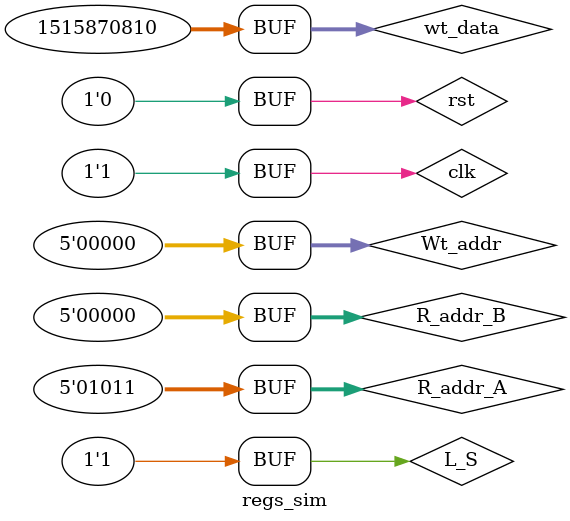
<source format=v>
`timescale 1ns / 1ps


module regs_sim;

	// Inputs
	reg clk;
	reg rst;
	reg L_S;
	reg [4:0] R_addr_A;
	reg [4:0] R_addr_B;
	reg [4:0] Wt_addr;
	reg [31:0] wt_data;

	// Outputs
	wire [31:0] rdata_A;
	wire [31:0] rdata_B;

	// Instantiate the Unit Under Test (UUT)
	Regs uut (
		.clk(clk), 
		.rst(rst), 
		.L_S(L_S), 
		.R_addr_A(R_addr_A), 
		.R_addr_B(R_addr_B), 
		.Wt_addr(Wt_addr), 
		.wt_data(wt_data), 
		.rdata_A(rdata_A), 
		.rdata_B(rdata_B)
	);

	initial begin
		// Initialize Inputs
		clk = 0;
		rst = 1;
		L_S = 0;
		R_addr_A = 0;
		R_addr_B = 0;
		Wt_addr = 0;
		wt_data = 0;

		// Wait 100 ns for global reset to finish
		#100;
		rst = 0;
		R_addr_A = 5'b01011;
		L_S = 1;
		wt_data = 32'h5a5a5a5a;
		Wt_addr = 5'b0000;

	end
		
      always begin
		clk = 0; #10;
		clk = 1;#10;
		end
		// Add stimulus here
      
endmodule


</source>
